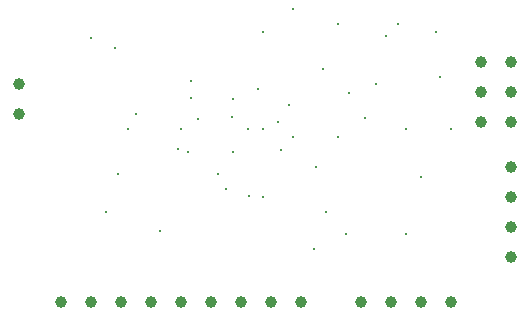
<source format=gbr>
%TF.GenerationSoftware,KiCad,Pcbnew,9.0.4*%
%TF.CreationDate,2025-09-27T02:37:18+08:00*%
%TF.ProjectId,KiCAD_Proj (MCU datalogger),4b694341-445f-4507-926f-6a20284d4355,rev?*%
%TF.SameCoordinates,Original*%
%TF.FileFunction,Plated,1,2,PTH,Drill*%
%TF.FilePolarity,Positive*%
%FSLAX46Y46*%
G04 Gerber Fmt 4.6, Leading zero omitted, Abs format (unit mm)*
G04 Created by KiCad (PCBNEW 9.0.4) date 2025-09-27 02:37:18*
%MOMM*%
%LPD*%
G01*
G04 APERTURE LIST*
%TA.AperFunction,ViaDrill*%
%ADD10C,0.300000*%
%TD*%
%TA.AperFunction,ComponentDrill*%
%ADD11C,1.000000*%
%TD*%
G04 APERTURE END LIST*
D10*
X99695000Y-81153000D03*
X100965000Y-95885000D03*
X101727000Y-82042000D03*
X101981000Y-92710000D03*
X102870000Y-88900000D03*
X103505000Y-87630000D03*
X105537000Y-97536000D03*
X107061000Y-90551000D03*
X107315000Y-88900000D03*
X107950000Y-90805000D03*
X108204000Y-84836000D03*
X108204000Y-86233000D03*
X108822606Y-88037411D03*
X110490000Y-92710000D03*
X111125000Y-93980000D03*
X111633000Y-87865000D03*
X111760000Y-86360000D03*
X111760000Y-90805000D03*
X113030000Y-88900000D03*
X113100000Y-94545000D03*
X113900000Y-85490000D03*
X114300000Y-80645000D03*
X114300000Y-88900000D03*
X114300000Y-94615000D03*
X115570000Y-88265000D03*
X115824000Y-90678000D03*
X116459000Y-86868000D03*
X116840000Y-78740000D03*
X116840000Y-89535000D03*
X118618000Y-99045000D03*
X118745000Y-92075000D03*
X119380000Y-83820000D03*
X119634000Y-95885000D03*
X120650000Y-80010000D03*
X120650000Y-89535000D03*
X121285000Y-97790000D03*
X121539000Y-85852000D03*
X122912500Y-87987500D03*
X123825000Y-85090000D03*
X124737500Y-81026000D03*
X125730000Y-80010000D03*
X126365000Y-88900000D03*
X126365000Y-97790000D03*
X127635000Y-92964000D03*
X128905000Y-80645000D03*
X129286000Y-84455000D03*
X130175000Y-88900000D03*
D11*
%TO.C,BT1*%
X93599000Y-85090000D03*
X93599000Y-87630000D03*
%TO.C,J2*%
X97155000Y-103505000D03*
X99695000Y-103505000D03*
X102235000Y-103505000D03*
X104775000Y-103505000D03*
X107315000Y-103505000D03*
X109855000Y-103505000D03*
X112395000Y-103505000D03*
X114935000Y-103505000D03*
X117475000Y-103505000D03*
%TO.C,J3*%
X122555000Y-103505000D03*
X125095000Y-103505000D03*
X127635000Y-103505000D03*
X130175000Y-103505000D03*
%TO.C,J4*%
X132715000Y-83185000D03*
X132715000Y-85725000D03*
X132715000Y-88265000D03*
X135255000Y-83185000D03*
X135255000Y-85725000D03*
X135255000Y-88265000D03*
%TO.C,J1*%
X135255000Y-92075000D03*
X135255000Y-94615000D03*
X135255000Y-97155000D03*
X135255000Y-99695000D03*
M02*

</source>
